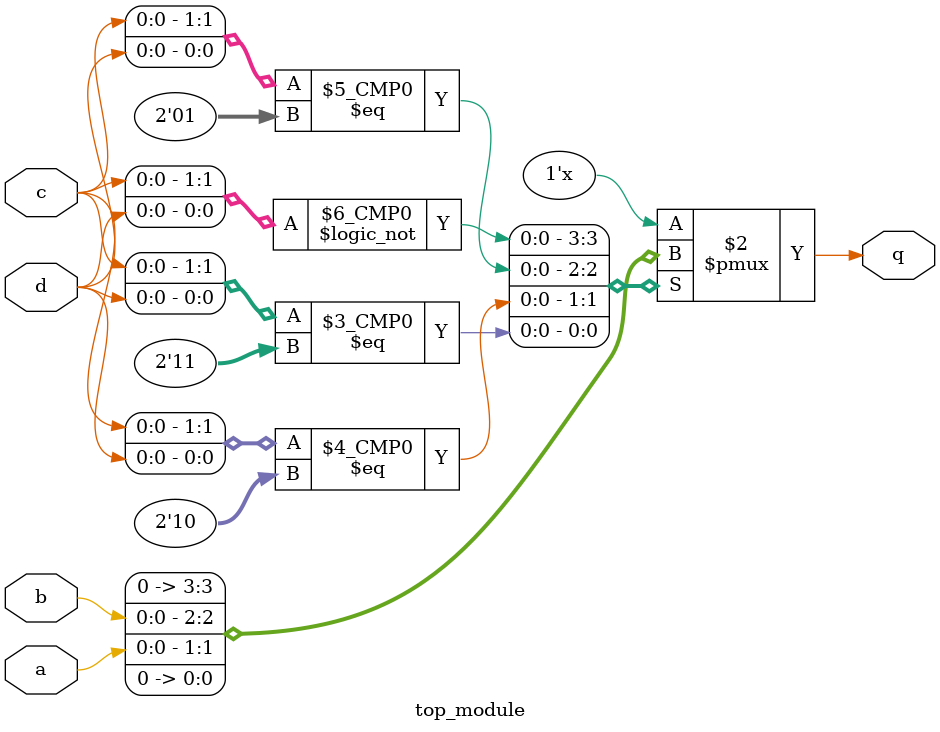
<source format=sv>
module top_module (
    input wire a,
    input wire b,
    input wire c,
    input wire d,
    output reg q
);

    always @(*)
    begin
        case ({c, d})
            2'b00: q = 1'b0;
            2'b01: q = b;
            2'b10: q = a;
            2'b11: q = 1'b0;
        endcase
    end

endmodule

</source>
